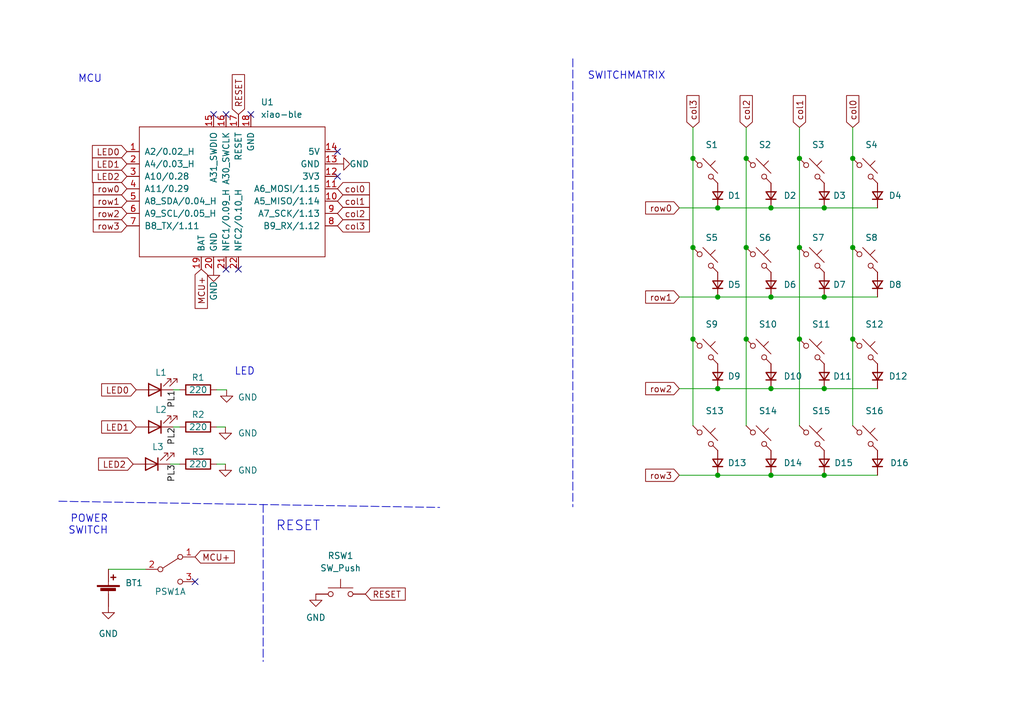
<source format=kicad_sch>
(kicad_sch (version 20211123) (generator eeschema)
  (paper "A5")
  (title_block (title "Automaton 169") (date "2022-11-19") (rev "1"))
  (lib_symbols
    (symbol "Device:Battery_Cell" (pin_numbers hide) (pin_names (offset 0) hide)
      (property "Reference" "BT" (at 2.54 2.54 0))
      (property "Value" "Battery_Cell" (at 2.54 0 0))
      (symbol "Battery_Cell_0_1"
        (rectangle (start -2.286 1.778) (end 2.286 1.524) (fill (type outline)))
        (rectangle (start -1.5748 1.1938) (end 1.4732 0.6858) (fill (type outline)))
        (polyline (pts (xy 0 0.762) (xy 0 0)))
        (polyline (pts (xy 0 1.778) (xy 0 2.54)))
        (polyline (pts (xy 0.508 3.429) (xy 1.524 3.429)) (stroke (width 0.254)))
        (polyline (pts (xy 1.016 3.937) (xy 1.016 2.921)) (stroke (width 0.254)))
      )
      (symbol "Battery_Cell_1_1"
        (pin passive line (at 0 5.08 270) (length 2.54) (name "+") (number "1"))
        (pin passive line (at 0 -2.54 90) (length 2.54) (name "-") (number "2"))
      )
    )
    (symbol "Device:D_Small" (pin_numbers hide) (pin_names (offset 0.254) hide)
      (property "Reference" "D" (at -1.27 2.032 0))
      (property "Value" "D_Small" (at -3.81 -2.032 0))
      (symbol "D_Small_0_1"
        (polyline (pts (xy -0.762 -1.016) (xy -0.762 1.016)) (stroke (width 0.254)))
        (polyline (pts (xy -0.762 0) (xy 0.762 0)))
        (polyline (pts (xy 0.762 -1.016) (xy -0.762 0) (xy 0.762 1.016) (xy 0.762 -1.016)) (stroke (width 0.254)))
      )
      (symbol "D_Small_1_1"
        (pin passive line (at -2.54 0 0) (length 1.778) (name "K") (number "1"))
        (pin passive line (at 2.54 0 180) (length 1.778) (name "A") (number "2"))
      )
    )
    (symbol "Device:LED" (pin_numbers hide) (pin_names (offset 1.016) hide)
      (property "Reference" "D" (at 0 2.54 0))
      (property "Value" "LED" (at 0 -2.54 0))
      (symbol "LED_0_1"
        (polyline (pts (xy -1.27 -1.27) (xy -1.27 1.27)) (stroke (width 0.254)))
        (polyline (pts (xy -1.27 0) (xy 1.27 0)))
        (polyline (pts (xy 1.27 -1.27) (xy 1.27 1.27) (xy -1.27 0) (xy 1.27 -1.27)) (stroke (width 0.254)))
        (polyline (pts (xy -3.048 -0.762) (xy -4.572 -2.286) (xy -3.81 -2.286) (xy -4.572 -2.286) (xy -4.572 -1.524)))
        (polyline (pts (xy -1.778 -0.762) (xy -3.302 -2.286) (xy -2.54 -2.286) (xy -3.302 -2.286) (xy -3.302 -1.524)))
      )
      (symbol "LED_1_1"
        (pin passive line (at -3.81 0 0) (length 2.54) (name "K") (number "1"))
        (pin passive line (at 3.81 0 180) (length 2.54) (name "A") (number "2"))
      )
    )
    (symbol "Device:R" (pin_numbers hide) (pin_names (offset 0))
      (property "Reference" "R" (at 2.032 0 90))
      (property "Value" "R" (at 0 0 90))
      (symbol "R_0_1"
        (rectangle (start -1.016 -2.54) (end 1.016 2.54) (stroke (width 0.254)))
      )
      (symbol "R_1_1"
        (pin passive line (at 0 3.81 270) (length 1.27) (name "~") (number "1"))
        (pin passive line (at 0 -3.81 90) (length 1.27) (name "~") (number "2"))
      )
    )
    (symbol "KLOTZ:MX_SW_HS" (pin_numbers hide) (pin_names (offset 1.016) hide)
      (property "Reference" "SW" (at 3.048 1.016 0))
      (property "Value" "MX_SW_HS" (at 0 -3.81 0))
      (symbol "MX_SW_HS_0_1"
        (circle (center -1.1684 1.1684) (radius 0.508))
        (polyline (pts (xy -0.508 2.54) (xy 2.54 -0.508)))
        (polyline (pts (xy 1.016 1.016) (xy 2.032 2.032)))
        (polyline (pts (xy -2.54 2.54) (xy -1.524 1.524) (xy -1.524 1.524)))
        (polyline (pts (xy 1.524 -1.524) (xy 2.54 -2.54) (xy 2.54 -2.54) (xy 2.54 -2.54)))
        (circle (center 1.143 -1.1938) (radius 0.508))
        (pin passive line (at -2.54 2.54 0) (length 0) (name "1") (number "1"))
        (pin passive line (at 2.54 -2.54 180) (length 0) (name "2") (number "2"))
      )
    )
    (symbol "Switch:SW_DPDT_x2" (pin_names (offset 0) hide)
      (property "Reference" "SW" (at 0 4.318 0))
      (property "Value" "SW_DPDT_x2" (at 0 -5.08 0))
      (symbol "SW_DPDT_x2_0_0"
        (circle (center -2.032 0) (radius 0.508))
        (circle (center 2.032 -2.54) (radius 0.508))
      )
      (symbol "SW_DPDT_x2_0_1"
        (polyline (pts (xy -1.524 0.254) (xy 1.651 2.286)))
        (circle (center 2.032 2.54) (radius 0.508))
      )
      (symbol "SW_DPDT_x2_1_1"
        (pin passive line (at 5.08 2.54 180) (length 2.54) (name "A") (number "1"))
        (pin passive line (at -5.08 0 0) (length 2.54) (name "B") (number "2"))
        (pin passive line (at 5.08 -2.54 180) (length 2.54) (name "C") (number "3"))
      )
      (symbol "SW_DPDT_x2_2_1"
        (pin passive line (at 5.08 2.54 180) (length 2.54) (name "A") (number "4"))
        (pin passive line (at -5.08 0 0) (length 2.54) (name "B") (number "5"))
        (pin passive line (at 5.08 -2.54 180) (length 2.54) (name "C") (number "6"))
      )
    )
    (symbol "Switch:SW_Push" (pin_numbers hide) (pin_names (offset 1.016) hide)
      (property "Reference" "SW" (at 1.27 2.54 0))
      (property "Value" "SW_Push" (at 0 -1.524 0))
      (symbol "SW_Push_0_1"
        (circle (center -2.032 0) (radius 0.508))
        (polyline (pts (xy 0 1.27) (xy 0 3.048)))
        (polyline (pts (xy 2.54 1.27) (xy -2.54 1.27)))
        (circle (center 2.032 0) (radius 0.508))
        (pin passive line (at -5.08 0 0) (length 2.54) (name "1") (number "1"))
        (pin passive line (at 5.08 0 180) (length 2.54) (name "2") (number "2"))
      )
    )
    (symbol "marbastlib-mx:MX_SW_HS" (pin_numbers hide) (pin_names (offset 1.016) hide)
      (property "Reference" "SW" (at 3.048 1.016 0))
      (property "Value" "MX_SW_HS" (at 0 -3.81 0))
      (symbol "MX_SW_HS_0_1"
        (circle (center -1.1684 1.1684) (radius 0.508))
        (polyline (pts (xy -0.508 2.54) (xy 2.54 -0.508)))
        (polyline (pts (xy 1.016 1.016) (xy 2.032 2.032)))
        (polyline (pts (xy -2.54 2.54) (xy -1.524 1.524) (xy -1.524 1.524)))
        (polyline (pts (xy 1.524 -1.524) (xy 2.54 -2.54) (xy 2.54 -2.54) (xy 2.54 -2.54)))
        (circle (center 1.143 -1.1938) (radius 0.508))
        (pin passive line (at -2.54 2.54 0) (length 0) (name "1") (number "1"))
        (pin passive line (at 2.54 -2.54 180) (length 0) (name "2") (number "2"))
      )
    )
    (symbol "power:GND" (power) (pin_names (offset 0))
      (property "Value" "GND" (at 0 -3.81 0))
      (symbol "GND_0_1"
        (polyline (pts (xy 0 0) (xy 0 -1.27) (xy 1.27 -1.27) (xy 0 -2.54) (xy -1.27 -1.27) (xy 0 -1.27)))
      )
      (symbol "GND_1_1"
        (pin power_in line (at 0 0 270) (length 0) hide (name "GND") (number "1"))
      )
    )
    (symbol "xiao:xiao-ble" (pin_names (offset 1.016))
      (property "Reference" "U" (at -17.78 16.51 0))
      (property "Value" "xiao-ble" (at -15.24 13.97 0))
      (symbol "xiao-ble_0_1"
        (rectangle (start -19.05 12.7) (end 19.05 -13.97))
      )
      (symbol "xiao-ble_1_1"
        (pin bidirectional line (at -21.59 7.62 0) (length 2.54) (name "A2/0.02_H") (number "1"))
        (pin bidirectional line (at 21.59 -2.54 180) (length 2.54) (name "A5_MISO/1.14") (number "10"))
        (pin bidirectional line (at 21.59 0 180) (length 2.54) (name "A6_MOSI/1.15") (number "11"))
        (pin power_out line (at 21.59 2.54 180) (length 2.54) (name "3V3") (number "12"))
        (pin power_out line (at 21.59 5.08 180) (length 2.54) (name "GND") (number "13"))
        (pin power_out line (at 21.59 7.62 180) (length 2.54) (name "5V") (number "14"))
        (pin input line (at -3.81 15.24 270) (length 2.54) (name "A31_SWDIO") (number "15"))
        (pin input line (at -1.27 15.24 270) (length 2.54) (name "A30_SWCLK") (number "16"))
        (pin input line (at 1.27 15.24 270) (length 2.54) (name "RESET") (number "17"))
        (pin power_out line (at 3.81 15.24 270) (length 2.54) (name "GND") (number "18"))
        (pin bidirectional line (at -6.35 -16.51 90) (length 2.54) (name "BAT") (number "19"))
        (pin bidirectional line (at -21.59 5.08 0) (length 2.54) (name "A4/0.03_H") (number "2"))
        (pin power_out line (at -3.81 -16.51 90) (length 2.54) (name "GND") (number "20"))
        (pin bidirectional line (at -1.27 -16.51 90) (length 2.54) (name "NFC1/0.09_H") (number "21"))
        (pin bidirectional line (at 1.27 -16.51 90) (length 2.54) (name "NFC2/0.10_H") (number "22"))
        (pin bidirectional line (at -21.59 2.54 0) (length 2.54) (name "A10/0.28") (number "3"))
        (pin bidirectional line (at -21.59 0 0) (length 2.54) (name "A11/0.29") (number "4"))
        (pin bidirectional line (at -21.59 -2.54 0) (length 2.54) (name "A8_SDA/0.04_H") (number "5"))
        (pin bidirectional line (at -21.59 -5.08 0) (length 2.54) (name "A9_SCL/0.05_H") (number "6"))
        (pin bidirectional line (at -21.59 -7.62 0) (length 2.54) (name "B8_TX/1.11") (number "7"))
        (pin bidirectional line (at 21.59 -7.62 180) (length 2.54) (name "B9_RX/1.12") (number "8"))
        (pin bidirectional line (at 21.59 -5.08 180) (length 2.54) (name "A7_SCK/1.13") (number "9"))
      )
    )
  )
  (junction (at 169.037 79.756))
  (junction (at 147.193 42.672))
  (junction (at 163.957 50.8))
  (junction (at 142.113 50.8))
  (junction (at 174.879 32.512))
  (junction (at 147.193 79.756))
  (junction (at 169.037 97.536))
  (junction (at 158.115 42.672))
  (junction (at 169.037 42.672))
  (junction (at 158.115 60.96))
  (junction (at 174.879 69.596))
  (junction (at 142.113 32.512))
  (junction (at 153.035 32.512))
  (junction (at 174.879 50.8))
  (junction (at 153.035 69.596))
  (junction (at 142.113 69.596))
  (junction (at 169.037 60.96))
  (junction (at 158.115 79.756))
  (junction (at 163.957 69.596))
  (junction (at 153.035 50.8))
  (junction (at 147.193 97.536))
  (junction (at 147.193 60.96))
  (junction (at 158.115 97.536))
  (junction (at 163.957 32.512))
  (no_connect (at 69.215 31.115))
  (no_connect (at 43.815 23.495))
  (no_connect (at 51.435 23.495))
  (no_connect (at 40.005 119.38))
  (no_connect (at 46.355 23.495))
  (no_connect (at 46.355 55.245))
  (no_connect (at 48.895 55.245))
  (no_connect (at 69.215 36.195))
  (wire (pts (xy 142.113 69.596) (xy 142.113 87.376)))
  (wire (pts (xy 139.319 60.96) (xy 147.193 60.96)))
  (wire (pts (xy 153.035 32.512) (xy 153.035 50.8)))
  (wire (pts (xy 142.113 50.8) (xy 142.113 69.596)))
  (wire (pts (xy 139.319 97.536) (xy 147.193 97.536)))
  (wire (pts (xy 46.482 80.01) (xy 44.45 80.01)))
  (wire (pts (xy 147.193 42.672) (xy 158.115 42.672)))
  (wire (pts (xy 35.56 87.63) (xy 36.83 87.63)))
  (wire (pts (xy 35.56 80.01) (xy 36.83 80.01)))
  (wire (pts (xy 147.193 60.96) (xy 158.115 60.96)))
  (wire (pts (xy 169.037 60.96) (xy 179.959 60.96)))
  (wire (pts (xy 169.037 42.672) (xy 179.959 42.672)))
  (wire (pts (xy 147.193 79.756) (xy 158.115 79.756)))
  (wire (pts (xy 174.879 26.162) (xy 174.879 32.512)))
  (wire (pts (xy 174.879 69.596) (xy 174.879 87.376)))
  (wire (pts (xy 163.957 69.596) (xy 163.957 87.376)))
  (wire (pts (xy 139.319 79.756) (xy 147.193 79.756)))
  (wire (pts (xy 22.225 116.84) (xy 29.845 116.84)))
  (wire (pts (xy 46.228 95.25) (xy 44.45 95.25)))
  (wire (pts (xy 139.319 42.672) (xy 147.193 42.672)))
  (wire (pts (xy 34.925 95.25) (xy 36.83 95.25)))
  (wire (pts (xy 142.113 26.162) (xy 142.113 32.512)))
  (polyline (pts (xy 12.065 102.87) (xy 90.17 104.14)))
  (wire (pts (xy 163.957 26.162) (xy 163.957 32.512)))
  (wire (pts (xy 174.879 32.512) (xy 174.879 50.8)))
  (wire (pts (xy 142.113 32.512) (xy 142.113 50.8)))
  (wire (pts (xy 153.035 69.596) (xy 153.035 87.376)))
  (wire (pts (xy 169.037 79.756) (xy 179.959 79.756)))
  (wire (pts (xy 158.115 60.96) (xy 169.037 60.96)))
  (wire (pts (xy 46.228 87.63) (xy 44.45 87.63)))
  (wire (pts (xy 163.957 32.512) (xy 163.957 50.8)))
  (wire (pts (xy 158.115 97.536) (xy 169.037 97.536)))
  (wire (pts (xy 153.035 26.162) (xy 153.035 32.512)))
  (wire (pts (xy 163.957 50.8) (xy 163.957 69.596)))
  (wire (pts (xy 169.037 97.536) (xy 179.959 97.536)))
  (polyline (pts (xy 53.975 103.505) (xy 53.975 135.763)))
  (wire (pts (xy 174.879 50.8) (xy 174.879 69.596)))
  (wire (pts (xy 158.115 42.672) (xy 169.037 42.672)))
  (wire (pts (xy 158.115 79.756) (xy 169.037 79.756)))
  (wire (pts (xy 147.193 97.536) (xy 158.115 97.536)))
  (wire (pts (xy 153.035 50.8) (xy 153.035 69.596)))
  (polyline (pts (xy 117.475 12.065) (xy 117.475 104.013)))
  (text "RESET" (at 56.515 109.22 0) (effects (font (size 2 2)) (justify left bottom)))
  (text "POWER\nSWITCH" (at 22.225 109.855 180) (effects (font (size 1.5 1.5)) (justify right bottom)))
  (text "MCU" (at 20.955 17.145 180) (effects (font (size 1.5 1.5)) (justify right bottom)))
  (text "SWITCHMATRIX" (at 136.525 16.51 180) (effects (font (size 1.5 1.5)) (justify right bottom)))
  (text "LED" (at 52.324 77.216 180) (effects (font (size 1.5 1.5)) (justify right bottom)))
  (label "PL3" (at 36.195 95.25 270))
  (label "PL2" (at 36.195 87.63 270))
  (label "PL1" (at 36.195 80.01 270))
  (global_label "row0" (shape input) (at 26.035 38.735 180) (property "Intersheet References" "${INTERSHEET_REFS}" (effects hide)))
  (global_label "col1" (shape input) (at 163.957 26.162 90) (property "Intersheet References" "${INTERSHEET_REFS}" (effects hide)))
  (global_label "row2" (shape input) (at 26.035 43.815 180) (property "Intersheet References" "${INTERSHEET_REFS}" (effects hide)))
  (global_label "col3" (shape input) (at 142.113 26.162 90) (property "Intersheet References" "${INTERSHEET_REFS}" (effects hide)))
  (global_label "col3" (shape input) (at 69.215 46.355 0) (property "Intersheet References" "${INTERSHEET_REFS}" (effects hide)))
  (global_label "LED2" (shape input) (at 26.035 36.195 180) (property "Intersheet References" "${INTERSHEET_REFS}" (effects hide)))
  (global_label "LED1" (shape input) (at 27.94 87.63 180) (property "Intersheet References" "${INTERSHEET_REFS}" (effects hide)))
  (global_label "MCU+" (shape input) (at 40.005 114.3 0) (property "Intersheet References" "${INTERSHEET_REFS}" (effects hide)))
  (global_label "row2" (shape input) (at 139.319 79.756 180) (property "Intersheet References" "${INTERSHEET_REFS}" (effects hide)))
  (global_label "col1" (shape input) (at 69.215 41.275 0) (property "Intersheet References" "${INTERSHEET_REFS}" (effects hide)))
  (global_label "RESET" (shape input) (at 48.895 23.495 90) (property "Intersheet References" "${INTERSHEET_REFS}" (effects hide)))
  (global_label "col0" (shape input) (at 69.215 38.735 0) (property "Intersheet References" "${INTERSHEET_REFS}" (effects hide)))
  (global_label "RESET" (shape input) (at 74.93 121.92 0) (property "Intersheet References" "${INTERSHEET_REFS}" (effects hide)))
  (global_label "row1" (shape input) (at 139.319 60.96 180) (property "Intersheet References" "${INTERSHEET_REFS}" (effects hide)))
  (global_label "LED0" (shape input) (at 27.94 80.01 180) (property "Intersheet References" "${INTERSHEET_REFS}" (effects hide)))
  (global_label "LED2" (shape input) (at 27.305 95.25 180) (property "Intersheet References" "${INTERSHEET_REFS}" (effects hide)))
  (global_label "col0" (shape input) (at 174.879 26.162 90) (property "Intersheet References" "${INTERSHEET_REFS}" (effects hide)))
  (global_label "row3" (shape input) (at 26.035 46.355 180) (property "Intersheet References" "${INTERSHEET_REFS}" (effects hide)))
  (global_label "col2" (shape input) (at 153.035 26.162 90) (property "Intersheet References" "${INTERSHEET_REFS}" (effects hide)))
  (global_label "row3" (shape input) (at 139.319 97.536 180) (property "Intersheet References" "${INTERSHEET_REFS}" (effects hide)))
  (global_label "LED0" (shape input) (at 26.035 31.115 180) (property "Intersheet References" "${INTERSHEET_REFS}" (effects hide)))
  (global_label "row1" (shape input) (at 26.035 41.275 180) (property "Intersheet References" "${INTERSHEET_REFS}" (effects hide)))
  (global_label "col2" (shape input) (at 69.215 43.815 0) (property "Intersheet References" "${INTERSHEET_REFS}" (effects hide)))
  (global_label "MCU+" (shape input) (at 41.275 55.245 270) (property "Intersheet References" "${INTERSHEET_REFS}" (effects hide)))
  (global_label "LED1" (shape input) (at 26.035 33.655 180) (property "Intersheet References" "${INTERSHEET_REFS}" (effects hide)))
  (global_label "row0" (shape input) (at 139.319 42.672 180) (property "Intersheet References" "${INTERSHEET_REFS}" (effects hide)))
  (symbol (lib_id "Switch:SW_Push") (at 69.85 121.92 0) (unit 1)
    (property "Reference" "RSW1" (at 69.85 114.046 0))
    (property "Value" "SW_Push" (at 69.85 116.586 0))
    (property "Footprint" "Keyboard Footprints:ResetSW" (effects hide))
  )
  (symbol (lib_id "Device:D_Small") (at 179.959 40.132 90) (unit 1)
    (property "Reference" "D4" (at 182.245 40.1319 90) (effects (justify right)))
    (property "Value" "D_Small" (effects hide))
    (property "Footprint" "Keyboard Footprints:Diode_SOD123" (effects hide))
  )
  (symbol (lib_id "Switch:SW_DPDT_x2") (at 34.925 116.84 0) (unit 1)
    (property "Reference" "PSW1" (at 34.925 121.412 0))
    (property "Value" "SW_DPDT_x2" (effects hide))
    (property "Footprint" "Keyboard Footprints:MSK12C02_reversible" (effects hide))
  )
  (symbol (lib_id "Device:D_Small") (at 147.193 94.996 90) (unit 1)
    (property "Reference" "D13" (at 149.225 94.9959 90) (effects (justify right)))
    (property "Value" "D_Small" (effects hide))
    (property "Footprint" "Keyboard Footprints:Diode_SOD123" (effects hide))
  )
  (symbol (lib_id "Device:LED") (at 31.75 80.01 180) (unit 1)
    (property "Reference" "L1" (at 33.02 76.454 0))
    (property "Value" "LED" (effects hide))
    (property "Footprint" "Keyboard Footprints:LED_3mm_reversible" (effects hide))
  )
  (symbol (lib_id "Device:D_Small") (at 147.193 40.132 90) (unit 1)
    (property "Reference" "D1" (at 149.225 40.1319 90) (effects (justify right)))
    (property "Value" "D_Small" (effects hide))
    (property "Footprint" "Keyboard Footprints:Diode_SOD123" (effects hide))
  )
  (symbol (lib_id "Device:D_Small") (at 169.037 77.216 90) (unit 1)
    (property "Reference" "D11" (at 170.815 77.2159 90) (effects (justify right)))
    (property "Value" "D_Small" (effects hide))
    (property "Footprint" "Keyboard Footprints:Diode_SOD123" (effects hide))
  )
  (symbol (lib_id "marbastlib-mx:MX_SW_HS") (at 144.653 53.34 0) (unit 1)
    (property "Reference" "S5" (at 144.653 48.768 0) (effects (justify left)))
    (property "Value" "MX_SW_HS" (effects hide))
    (property "Footprint" "Keyboard Footprints:Kailh_socket_PG1350_optional_reversible" (effects hide))
  )
  (symbol (lib_id "Device:D_Small") (at 158.115 58.42 90) (unit 1)
    (property "Reference" "D6" (at 160.655 58.4199 90) (effects (justify right)))
    (property "Value" "D_Small" (effects hide))
    (property "Footprint" "Keyboard Footprints:Diode_SOD123" (effects hide))
  )
  (symbol (lib_id "Device:R") (at 40.64 80.01 90) (unit 1)
    (property "Reference" "R1" (at 40.64 77.47 90))
    (property "Value" "220" (at 40.64 80.01 90))
    (property "Footprint" "Keyboard Footprints:R_1206_DoubleSided" (effects hide))
  )
  (symbol (lib_id "Device:D_Small") (at 147.193 77.216 90) (unit 1)
    (property "Reference" "D9" (at 149.225 77.2159 90) (effects (justify right)))
    (property "Value" "D_Small" (effects hide))
    (property "Footprint" "Keyboard Footprints:Diode_SOD123" (effects hide))
  )
  (symbol (lib_id "power:GND") (at 43.815 55.245 0) (unit 1)
    (property "Reference" "#PWR0103" (effects hide))
    (property "Value" "GND" (at 43.8151 57.658 90) (effects (justify right)))
  )
  (symbol (lib_id "Device:R") (at 40.64 95.25 90) (unit 1)
    (property "Reference" "R3" (at 40.64 92.71 90))
    (property "Value" "220" (at 40.64 95.25 90))
    (property "Footprint" "Keyboard Footprints:R_1206_DoubleSided" (effects hide))
  )
  (symbol (lib_id "power:GND") (at 46.228 95.25 0) (unit 1)
    (property "Reference" "#PWR0105" (effects hide))
    (property "Value" "GND" (at 48.768 96.52 0) (effects (justify left)))
  )
  (symbol (lib_id "power:GND") (at 69.215 33.655 90) (unit 1)
    (property "Reference" "#PWR0101" (effects hide))
    (property "Value" "GND" (at 71.628 33.6549 90) (effects (justify right)))
  )
  (symbol (lib_id "Device:D_Small") (at 179.959 77.216 90) (unit 1)
    (property "Reference" "D12" (at 182.245 77.2159 90) (effects (justify right)))
    (property "Value" "D_Small" (effects hide))
    (property "Footprint" "Keyboard Footprints:Diode_SOD123" (effects hide))
  )
  (symbol (lib_id "Device:Battery_Cell") (at 22.225 121.92 0) (unit 1)
    (property "Reference" "BT1" (at 29.337 119.634 0) (effects (justify right)))
    (property "Value" "Battery_Cell" (effects hide))
    (property "Footprint" "Keyboard Footprints:JST_PH_reversible" (effects hide))
  )
  (symbol (lib_id "Device:D_Small") (at 147.193 58.42 90) (unit 1)
    (property "Reference" "D5" (at 149.225 58.4199 90) (effects (justify right)))
    (property "Value" "D_Small" (effects hide))
    (property "Footprint" "Keyboard Footprints:Diode_SOD123" (effects hide))
  )
  (symbol (lib_id "power:GND") (at 22.225 124.46 0) (unit 1)
    (property "Reference" "#PWR0102" (effects hide))
    (property "Value" "GND" (at 22.225 130.048 0))
  )
  (symbol (lib_id "Device:LED") (at 31.75 87.63 180) (unit 1)
    (property "Reference" "L2" (at 33.02 84.074 0))
    (property "Value" "LED" (effects hide))
    (property "Footprint" "Keyboard Footprints:LED_3mm_reversible" (effects hide))
  )
  (symbol (lib_id "marbastlib-mx:MX_SW_HS") (at 155.575 53.34 0) (unit 1)
    (property "Reference" "S6" (at 155.575 48.768 0) (effects (justify left)))
    (property "Value" "MX_SW_HS" (effects hide))
    (property "Footprint" "Keyboard Footprints:Kailh_socket_PG1350_optional_reversible" (effects hide))
  )
  (symbol (lib_id "xiao:xiao-ble") (at 47.625 38.735 0) (unit 1)
    (property "Reference" "U1" (at 53.4544 20.955 0) (effects (justify left)))
    (property "Value" "xiao-ble" (at 53.4544 23.495 0) (effects (justify left)))
    (property "Footprint" "Keyboard Footprints:xiao seed ble" (effects hide))
  )
  (symbol (lib_id "power:GND") (at 46.228 87.63 0) (unit 1)
    (property "Reference" "#PWR0106" (effects hide))
    (property "Value" "GND" (at 48.768 88.9 0) (effects (justify left)))
  )
  (symbol (lib_id "marbastlib-mx:MX_SW_HS") (at 144.653 72.136 0) (unit 1)
    (property "Reference" "S9" (at 144.653 66.548 0) (effects (justify left)))
    (property "Value" "MX_SW_HS" (effects hide))
    (property "Footprint" "Keyboard Footprints:Kailh_socket_PG1350_optional_reversible" (effects hide))
  )
  (symbol (lib_id "Device:D_Small") (at 158.115 77.216 90) (unit 1)
    (property "Reference" "D10" (at 160.655 77.2159 90) (effects (justify right)))
    (property "Value" "D_Small" (effects hide))
    (property "Footprint" "Keyboard Footprints:Diode_SOD123" (effects hide))
  )
  (symbol (lib_id "marbastlib-mx:MX_SW_HS") (at 166.497 53.34 0) (unit 1)
    (property "Reference" "S7" (at 166.497 48.768 0) (effects (justify left)))
    (property "Value" "MX_SW_HS" (effects hide))
    (property "Footprint" "Keyboard Footprints:Kailh_socket_PG1350_optional_reversible" (effects hide))
  )
  (symbol (lib_id "marbastlib-mx:MX_SW_HS") (at 166.497 35.052 0) (unit 1)
    (property "Reference" "S3" (at 166.497 29.718 0) (effects (justify left)))
    (property "Value" "MX_SW_HS" (effects hide))
    (property "Footprint" "Keyboard Footprints:Kailh_socket_PG1350_optional_reversible" (effects hide))
  )
  (symbol (lib_id "marbastlib-mx:MX_SW_HS") (at 177.419 89.916 0) (unit 1)
    (property "Reference" "S16" (at 177.419 84.328 0) (effects (justify left)))
    (property "Value" "MX_SW_HS" (effects hide))
    (property "Footprint" "Keyboard Footprints:Kailh_socket_PG1350_optional_reversible" (effects hide))
  )
  (symbol (lib_id "Device:D_Small") (at 158.115 94.996 90) (unit 1)
    (property "Reference" "D14" (at 160.655 94.9959 90) (effects (justify right)))
    (property "Value" "D_Small" (effects hide))
    (property "Footprint" "Keyboard Footprints:Diode_SOD123" (effects hide))
  )
  (symbol (lib_id "Device:D_Small") (at 169.037 94.996 90) (unit 1)
    (property "Reference" "D15" (at 171.069 94.9959 90) (effects (justify right)))
    (property "Value" "D_Small" (effects hide))
    (property "Footprint" "Keyboard Footprints:Diode_SOD123" (effects hide))
  )
  (symbol (lib_id "Device:D_Small") (at 169.037 40.132 90) (unit 1)
    (property "Reference" "D3" (at 170.815 40.1319 90) (effects (justify right)))
    (property "Value" "D_Small" (effects hide))
    (property "Footprint" "Keyboard Footprints:Diode_SOD123" (effects hide))
  )
  (symbol (lib_id "Device:D_Small") (at 179.959 58.42 90) (unit 1)
    (property "Reference" "D8" (at 182.245 58.4199 90) (effects (justify right)))
    (property "Value" "D_Small" (effects hide))
    (property "Footprint" "Keyboard Footprints:Diode_SOD123" (effects hide))
  )
  (symbol (lib_id "marbastlib-mx:MX_SW_HS") (at 177.419 72.136 0) (unit 1)
    (property "Reference" "S12" (at 177.419 66.548 0) (effects (justify left)))
    (property "Value" "MX_SW_HS" (effects hide))
    (property "Footprint" "Keyboard Footprints:Kailh_socket_PG1350_optional_reversible" (effects hide))
  )
  (symbol (lib_id "Device:D_Small") (at 169.037 58.42 90) (unit 1)
    (property "Reference" "D7" (at 170.815 58.4199 90) (effects (justify right)))
    (property "Value" "D_Small" (effects hide))
    (property "Footprint" "Keyboard Footprints:Diode_SOD123" (effects hide))
  )
  (symbol (lib_id "Device:R") (at 40.64 87.63 90) (unit 1)
    (property "Reference" "R2" (at 40.64 85.09 90))
    (property "Value" "220" (at 40.64 87.63 90))
    (property "Footprint" "Keyboard Footprints:R_1206_DoubleSided" (effects hide))
  )
  (symbol (lib_id "Device:D_Small") (at 158.115 40.132 90) (unit 1)
    (property "Reference" "D2" (at 160.655 40.1319 90) (effects (justify right)))
    (property "Value" "D_Small" (effects hide))
    (property "Footprint" "Keyboard Footprints:Diode_SOD123" (effects hide))
  )
  (symbol (lib_id "power:GND") (at 46.482 80.01 0) (unit 1)
    (property "Reference" "#PWR0107" (effects hide))
    (property "Value" "GND" (at 50.8 81.534 0))
  )
  (symbol (lib_id "Device:D_Small") (at 179.959 94.996 90) (unit 1)
    (property "Reference" "D16" (at 182.499 94.9959 90) (effects (justify right)))
    (property "Value" "D_Small" (effects hide))
    (property "Footprint" "Keyboard Footprints:Diode_SOD123" (effects hide))
  )
  (symbol (lib_id "power:GND") (at 64.77 121.92 0) (unit 1)
    (property "Reference" "#PWR0104" (effects hide))
    (property "Value" "GND" (at 64.77 126.746 0))
  )
  (symbol (lib_id "KLOTZ:MX_SW_HS") (at 144.653 35.052 0) (unit 1)
    (property "Reference" "S1" (at 144.653 29.718 0) (effects (justify left)))
    (property "Value" "MX_SW_HS" (effects hide))
    (property "Footprint" "Keyboard Footprints:Kailh_socket_PG1350_optional_reversible" (effects hide))
  )
  (symbol (lib_id "marbastlib-mx:MX_SW_HS") (at 177.419 35.052 0) (unit 1)
    (property "Reference" "S4" (at 177.419 29.718 0) (effects (justify left)))
    (property "Value" "MX_SW_HS" (effects hide))
    (property "Footprint" "Keyboard Footprints:Kailh_socket_PG1350_optional_reversible" (effects hide))
  )
  (symbol (lib_id "marbastlib-mx:MX_SW_HS") (at 144.653 89.916 0) (unit 1)
    (property "Reference" "S13" (at 144.653 84.328 0) (effects (justify left)))
    (property "Value" "MX_SW_HS" (effects hide))
    (property "Footprint" "Keyboard Footprints:Kailh_socket_PG1350_optional_reversible" (effects hide))
  )
  (symbol (lib_id "KLOTZ:MX_SW_HS") (at 155.575 35.052 0) (unit 1)
    (property "Reference" "S2" (at 155.575 29.718 0) (effects (justify left)))
    (property "Value" "MX_SW_HS" (effects hide))
    (property "Footprint" "Keyboard Footprints:Kailh_socket_PG1350_optional_reversible" (effects hide))
  )
  (symbol (lib_id "Device:LED") (at 31.115 95.25 180) (unit 1)
    (property "Reference" "L3" (at 32.385 91.694 0))
    (property "Value" "LED" (effects hide))
    (property "Footprint" "Keyboard Footprints:LED_3mm_reversible" (effects hide))
  )
  (symbol (lib_id "marbastlib-mx:MX_SW_HS") (at 177.419 53.34 0) (unit 1)
    (property "Reference" "S8" (at 177.419 48.768 0) (effects (justify left)))
    (property "Value" "MX_SW_HS" (effects hide))
    (property "Footprint" "Keyboard Footprints:Kailh_socket_PG1350_optional_reversible" (effects hide))
  )
  (symbol (lib_id "marbastlib-mx:MX_SW_HS") (at 166.497 89.916 0) (unit 1)
    (property "Reference" "S15" (at 166.497 84.328 0) (effects (justify left)))
    (property "Value" "MX_SW_HS" (effects hide))
    (property "Footprint" "Keyboard Footprints:Kailh_socket_PG1350_optional_reversible" (effects hide))
  )
  (symbol (lib_id "marbastlib-mx:MX_SW_HS") (at 166.497 72.136 0) (unit 1)
    (property "Reference" "S11" (at 166.497 66.548 0) (effects (justify left)))
    (property "Value" "MX_SW_HS" (effects hide))
    (property "Footprint" "Keyboard Footprints:Kailh_socket_PG1350_optional_reversible" (effects hide))
  )
  (symbol (lib_id "marbastlib-mx:MX_SW_HS") (at 155.575 72.136 0) (unit 1)
    (property "Reference" "S10" (at 155.575 66.548 0) (effects (justify left)))
    (property "Value" "MX_SW_HS" (effects hide))
    (property "Footprint" "Keyboard Footprints:Kailh_socket_PG1350_optional_reversible" (effects hide))
  )
  (symbol (lib_id "marbastlib-mx:MX_SW_HS") (at 155.575 89.916 0) (unit 1)
    (property "Reference" "S14" (at 155.575 84.328 0) (effects (justify left)))
    (property "Value" "MX_SW_HS" (effects hide))
    (property "Footprint" "Keyboard Footprints:Kailh_socket_PG1350_optional_reversible" (effects hide))
  )
)
</source>
